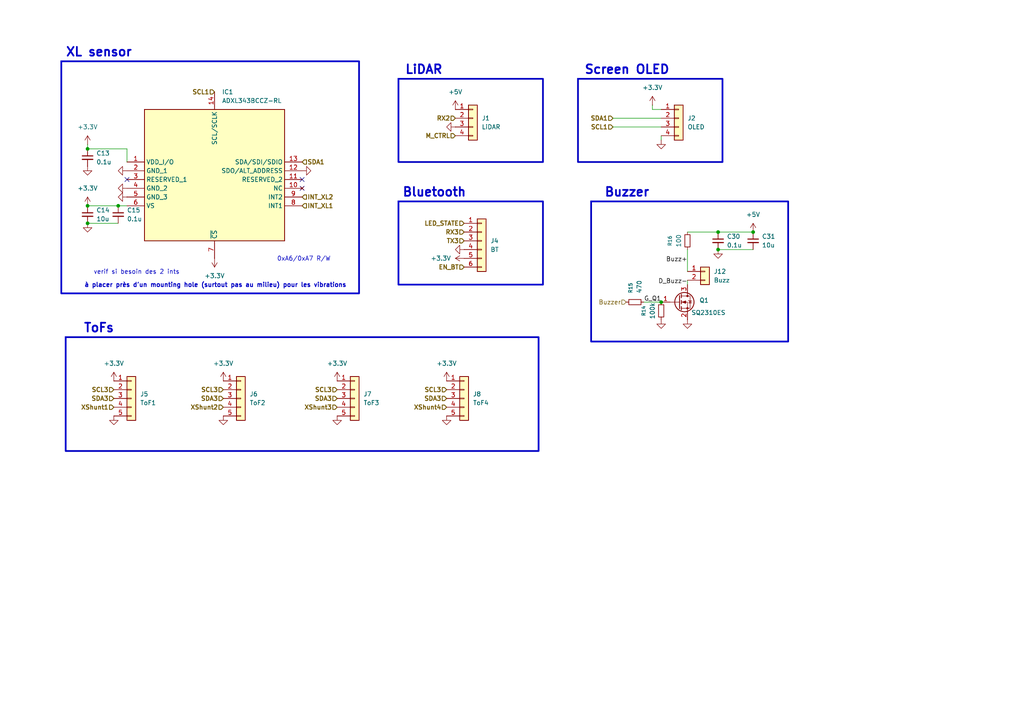
<source format=kicad_sch>
(kicad_sch (version 20250114) (generator "eeschema") (generator_version "9.0")
  (paper "A4")
  (title_block (title "Sensors&periphs") (date "2025-09-19") (rev "Nelven") (company "ESE"))
  (lib_symbols
    (symbol "ADXL343BCCZ-RL:ADXL343BCCZ-RL"
      (property "Reference" "IC" (at 46.99 20.32 0))
      (property "Value" "ADXL343BCCZ-RL" (at 46.99 17.78 0))
      (symbol "ADXL343BCCZ-RL_1_1"
        (rectangle (start 5.08 15.24) (end 45.72 -22.86) (stroke (width 0.254)) (fill (type background)))
        (pin passive line (at 0 0 0) (length 5.08) (name "VDD_I/O") (number "1"))
        (pin passive line (at 0 -2.54 0) (length 5.08) (name "GND_1") (number "2"))
        (pin passive line (at 0 -5.08 0) (length 5.08) (name "RESERVED_1") (number "3"))
        (pin passive line (at 0 -7.62 0) (length 5.08) (name "GND_2") (number "4"))
        (pin passive line (at 0 -10.16 0) (length 5.08) (name "GND_3") (number "5"))
        (pin passive line (at 0 -12.7 0) (length 5.08) (name "VS") (number "6"))
        (pin passive line (at 25.4 20.32 270) (length 5.08) (name "SCL/SCLK") (number "14"))
        (pin passive line (at 25.4 -27.94 90) (length 5.08) (name "~{CS}") (number "7"))
        (pin passive line (at 50.8 0 180) (length 5.08) (name "SDA/SDI/SDIO") (number "13"))
        (pin passive line (at 50.8 -2.54 180) (length 5.08) (name "SDO/ALT_ADDRESS") (number "12"))
        (pin passive line (at 50.8 -5.08 180) (length 5.08) (name "RESERVED_2") (number "11"))
        (pin no_connect line (at 50.8 -7.62 180) (length 5.08) (name "NC") (number "10"))
        (pin passive line (at 50.8 -10.16 180) (length 5.08) (name "INT2") (number "9"))
        (pin passive line (at 50.8 -12.7 180) (length 5.08) (name "INT1") (number "8"))
      )
    )
    (symbol "Connector_Generic:Conn_01x02" (pin_names (offset 1.016) (hide yes))
      (property "Reference" "J" (at 0 2.54 0))
      (property "Value" "Conn_01x02" (at 0 -5.08 0))
      (symbol "Conn_01x02_1_1"
        (rectangle (start -1.27 1.27) (end 1.27 -3.81) (stroke (width 0.254)) (fill (type background)))
        (rectangle (start -1.27 0.127) (end 0 -0.127) (stroke (width 0.1524)))
        (rectangle (start -1.27 -2.413) (end 0 -2.667) (stroke (width 0.1524)))
        (pin passive line (at -5.08 0 0) (length 3.81) (name "Pin_1") (number "1"))
        (pin passive line (at -5.08 -2.54 0) (length 3.81) (name "Pin_2") (number "2"))
      )
    )
    (symbol "Connector_Generic:Conn_01x04" (pin_names (offset 1.016) (hide yes))
      (property "Reference" "J" (at 0 5.08 0))
      (property "Value" "Conn_01x04" (at 0 -7.62 0))
      (symbol "Conn_01x04_1_1"
        (rectangle (start -1.27 3.81) (end 1.27 -6.35) (stroke (width 0.254)) (fill (type background)))
        (rectangle (start -1.27 2.667) (end 0 2.413) (stroke (width 0.1524)))
        (rectangle (start -1.27 0.127) (end 0 -0.127) (stroke (width 0.1524)))
        (rectangle (start -1.27 -2.413) (end 0 -2.667) (stroke (width 0.1524)))
        (rectangle (start -1.27 -4.953) (end 0 -5.207) (stroke (width 0.1524)))
        (pin passive line (at -5.08 2.54 0) (length 3.81) (name "Pin_1") (number "1"))
        (pin passive line (at -5.08 0 0) (length 3.81) (name "Pin_2") (number "2"))
        (pin passive line (at -5.08 -2.54 0) (length 3.81) (name "Pin_3") (number "3"))
        (pin passive line (at -5.08 -5.08 0) (length 3.81) (name "Pin_4") (number "4"))
      )
    )
    (symbol "Connector_Generic:Conn_01x05" (pin_names (offset 1.016) (hide yes))
      (property "Reference" "J" (at 0 7.62 0))
      (property "Value" "Conn_01x05" (at 0 -7.62 0))
      (symbol "Conn_01x05_1_1"
        (rectangle (start -1.27 6.35) (end 1.27 -6.35) (stroke (width 0.254)) (fill (type background)))
        (rectangle (start -1.27 5.207) (end 0 4.953) (stroke (width 0.1524)))
        (rectangle (start -1.27 2.667) (end 0 2.413) (stroke (width 0.1524)))
        (rectangle (start -1.27 0.127) (end 0 -0.127) (stroke (width 0.1524)))
        (rectangle (start -1.27 -2.413) (end 0 -2.667) (stroke (width 0.1524)))
        (rectangle (start -1.27 -4.953) (end 0 -5.207) (stroke (width 0.1524)))
        (pin passive line (at -5.08 5.08 0) (length 3.81) (name "Pin_1") (number "1"))
        (pin passive line (at -5.08 2.54 0) (length 3.81) (name "Pin_2") (number "2"))
        (pin passive line (at -5.08 0 0) (length 3.81) (name "Pin_3") (number "3"))
        (pin passive line (at -5.08 -2.54 0) (length 3.81) (name "Pin_4") (number "4"))
        (pin passive line (at -5.08 -5.08 0) (length 3.81) (name "Pin_5") (number "5"))
      )
    )
    (symbol "Connector_Generic:Conn_01x06" (pin_names (offset 1.016) (hide yes))
      (property "Reference" "J" (at 0 7.62 0))
      (property "Value" "Conn_01x06" (at 0 -10.16 0))
      (symbol "Conn_01x06_1_1"
        (rectangle (start -1.27 6.35) (end 1.27 -8.89) (stroke (width 0.254)) (fill (type background)))
        (rectangle (start -1.27 5.207) (end 0 4.953) (stroke (width 0.1524)))
        (rectangle (start -1.27 2.667) (end 0 2.413) (stroke (width 0.1524)))
        (rectangle (start -1.27 0.127) (end 0 -0.127) (stroke (width 0.1524)))
        (rectangle (start -1.27 -2.413) (end 0 -2.667) (stroke (width 0.1524)))
        (rectangle (start -1.27 -4.953) (end 0 -5.207) (stroke (width 0.1524)))
        (rectangle (start -1.27 -7.493) (end 0 -7.747) (stroke (width 0.1524)))
        (pin passive line (at -5.08 5.08 0) (length 3.81) (name "Pin_1") (number "1"))
        (pin passive line (at -5.08 2.54 0) (length 3.81) (name "Pin_2") (number "2"))
        (pin passive line (at -5.08 0 0) (length 3.81) (name "Pin_3") (number "3"))
        (pin passive line (at -5.08 -2.54 0) (length 3.81) (name "Pin_4") (number "4"))
        (pin passive line (at -5.08 -5.08 0) (length 3.81) (name "Pin_5") (number "5"))
        (pin passive line (at -5.08 -7.62 0) (length 3.81) (name "Pin_6") (number "6"))
      )
    )
    (symbol "Device:C_Small" (pin_numbers (hide yes)) (pin_names (offset 0.254) (hide yes))
      (property "Reference" "C" (at 0.254 1.778 0))
      (property "Value" "C_Small" (at 0.254 -2.032 0))
      (symbol "C_Small_0_1"
        (polyline (pts (xy -1.524 0.508) (xy 1.524 0.508)) (stroke (width 0.3048)))
        (polyline (pts (xy -1.524 -0.508) (xy 1.524 -0.508)) (stroke (width 0.3302)))
      )
      (symbol "C_Small_1_1"
        (pin passive line (at 0 2.54 270) (length 2.032) (name "~") (number "1"))
        (pin passive line (at 0 -2.54 90) (length 2.032) (name "~") (number "2"))
      )
    )
    (symbol "Device:R_Small" (pin_numbers (hide yes)) (pin_names (offset 0.254) (hide yes))
      (property "Reference" "R" (at 0 0 90))
      (property "Value" "R_Small" (at 1.778 0 90))
      (symbol "R_Small_0_1"
        (rectangle (start -0.762 1.778) (end 0.762 -1.778) (stroke (width 0.2032)))
      )
      (symbol "R_Small_1_1"
        (pin passive line (at 0 2.54 270) (length 0.762) (name "~") (number "1"))
        (pin passive line (at 0 -2.54 90) (length 0.762) (name "~") (number "2"))
      )
    )
    (symbol "Transistor_FET:IRLML2060" (pin_names (hide yes))
      (property "Reference" "Q" (at 5.08 1.905 0))
      (property "Value" "IRLML2060" (at 5.08 0 0))
      (symbol "IRLML2060_0_1"
        (polyline (pts (xy 0.254 1.905) (xy 0.254 -1.905)) (stroke (width 0.254)))
        (polyline (pts (xy 0.254 0) (xy -2.54 0)))
        (polyline (pts (xy 0.762 2.286) (xy 0.762 1.27)) (stroke (width 0.254)))
        (polyline (pts (xy 0.762 0.508) (xy 0.762 -0.508)) (stroke (width 0.254)))
        (polyline (pts (xy 0.762 -1.27) (xy 0.762 -2.286)) (stroke (width 0.254)))
        (polyline (pts (xy 0.762 -1.778) (xy 3.302 -1.778) (xy 3.302 1.778) (xy 0.762 1.778)))
        (polyline (pts (xy 1.016 0) (xy 2.032 0.381) (xy 2.032 -0.381) (xy 1.016 0)) (fill (type outline)))
        (circle (center 1.651 0) (radius 2.794) (stroke (width 0.254)))
        (polyline (pts (xy 2.54 2.54) (xy 2.54 1.778)))
        (circle (center 2.54 1.778) (radius 0.254) (fill (type outline)))
        (circle (center 2.54 -1.778) (radius 0.254) (fill (type outline)))
        (polyline (pts (xy 2.54 -2.54) (xy 2.54 0) (xy 0.762 0)))
        (polyline (pts (xy 2.794 0.508) (xy 2.921 0.381) (xy 3.683 0.381) (xy 3.81 0.254)))
        (polyline (pts (xy 3.302 0.381) (xy 2.921 -0.254) (xy 3.683 -0.254) (xy 3.302 0.381)))
      )
      (symbol "IRLML2060_1_1"
        (pin input line (at -5.08 0 0) (length 2.54) (name "G") (number "1"))
        (pin passive line (at 2.54 5.08 270) (length 2.54) (name "D") (number "3"))
        (pin passive line (at 2.54 -5.08 90) (length 2.54) (name "S") (number "2"))
      )
    )
    (symbol "power:+3.3V" (power) (pin_numbers (hide yes)) (pin_names (offset 0) (hide yes))
      (property "Value" "+3.3V" (at 0 3.556 0))
      (symbol "+3.3V_0_1"
        (polyline (pts (xy -0.762 1.27) (xy 0 2.54)))
        (polyline (pts (xy 0 2.54) (xy 0.762 1.27)))
        (polyline (pts (xy 0 0) (xy 0 2.54)))
      )
      (symbol "+3.3V_1_1"
        (pin power_in line (at 0 0 90) (length 0) (name "~") (number "1"))
      )
    )
    (symbol "power:+5V" (power) (pin_numbers (hide yes)) (pin_names (offset 0) (hide yes))
      (property "Value" "+5V" (at 0 3.556 0))
      (symbol "+5V_0_1"
        (polyline (pts (xy -0.762 1.27) (xy 0 2.54)))
        (polyline (pts (xy 0 2.54) (xy 0.762 1.27)))
        (polyline (pts (xy 0 0) (xy 0 2.54)))
      )
      (symbol "+5V_1_1"
        (pin power_in line (at 0 0 90) (length 0) (name "~") (number "1"))
      )
    )
    (symbol "power:GND" (power) (pin_numbers (hide yes)) (pin_names (offset 0) (hide yes))
      (property "Value" "GND" (at 0 -3.81 0))
      (symbol "GND_0_1"
        (polyline (pts (xy 0 0) (xy 0 -1.27) (xy 1.27 -1.27) (xy 0 -2.54) (xy -1.27 -1.27) (xy 0 -1.27)))
      )
      (symbol "GND_1_1"
        (pin power_in line (at 0 0 270) (length 0) (name "~") (number "1"))
      )
    )
  )
  (rectangle (start 115.57 22.86) (end 157.48 46.99) (stroke (width 0.5)))
  (rectangle (start 171.45 58.42) (end 228.6 99.06) (stroke (width 0.5)))
  (rectangle (start 115.57 58.42) (end 157.48 82.55) (stroke (width 0.5)))
  (rectangle (start 19.05 97.79) (end 156.21 130.81) (stroke (width 0.5)))
  (rectangle (start 17.78 17.78) (end 104.14 85.09) (stroke (width 0.5)))
  (rectangle (start 167.64 22.86) (end 209.55 46.99) (stroke (width 0.5)))
  (text "Screen OLED" (at 181.864 20.32 0) (effects (font (size 2.54 2.54) (thickness 0.508) (bold yes))))
  (text "LiDAR" (at 122.936 20.32 0) (effects (font (size 2.54 2.54) (thickness 0.508) (bold yes))))
  (text "à placer près d'un mounting hole (surtout pas au milieu) pour les vibrations" (at 62.484 82.804 0) (effects (font (size 1.27 1.27) (thickness 0.254) (bold yes))))
  (text "XL sensor" (at 28.702 15.24 0) (effects (font (size 2.54 2.54) (thickness 0.508) (bold yes))))
  (text "ToFs" (at 28.702 95.25 0) (effects (font (size 2.54 2.54) (thickness 0.508) (bold yes))))
  (text "verif si besoin des 2 ints\n" (at 39.624 78.994 0) (effects (font (size 1.27 1.27))))
  (text "Buzzer" (at 181.864 55.88 0) (effects (font (size 2.54 2.54) (thickness 0.508) (bold yes))))
  (text "0xA6/0xA7 R/W" (at 88.138 75.184 0) (effects (font (size 1.27 1.27))))
  (text "Bluetooth" (at 125.984 55.88 0) (effects (font (size 2.54 2.54) (thickness 0.508) (bold yes))))
  (junction (at 208.28 67.31))
  (junction (at 34.29 59.69))
  (junction (at 191.77 87.63))
  (junction (at 218.44 67.31))
  (junction (at 25.4 59.69))
  (junction (at 208.28 72.39))
  (junction (at 25.4 43.18))
  (junction (at 25.4 64.77))
  (no_connect (at 36.83 52.07))
  (no_connect (at 87.63 52.07))
  (no_connect (at 87.63 54.61))
  (wire (pts (xy 36.83 43.18) (xy 36.83 46.99)))
  (wire (pts (xy 191.77 31.75) (xy 189.23 31.75)))
  (wire (pts (xy 34.29 59.69) (xy 36.83 59.69)))
  (wire (pts (xy 25.4 59.69) (xy 34.29 59.69)))
  (wire (pts (xy 186.69 87.63) (xy 191.77 87.63)))
  (wire (pts (xy 177.8 34.29) (xy 191.77 34.29)))
  (wire (pts (xy 208.28 72.39) (xy 218.44 72.39)))
  (wire (pts (xy 199.39 81.28) (xy 199.39 82.55)))
  (wire (pts (xy 177.8 36.83) (xy 191.77 36.83)))
  (wire (pts (xy 25.4 43.18) (xy 36.83 43.18)))
  (wire (pts (xy 25.4 64.77) (xy 34.29 64.77)))
  (wire (pts (xy 199.39 67.31) (xy 208.28 67.31)))
  (wire (pts (xy 189.23 30.48) (xy 189.23 31.75)))
  (wire (pts (xy 25.4 41.91) (xy 25.4 43.18)))
  (wire (pts (xy 199.39 72.39) (xy 199.39 78.74)))
  (wire (pts (xy 208.28 67.31) (xy 218.44 67.31)))
  (wire (pts (xy 191.77 39.37) (xy 191.77 40.64)))
  (label "D_Buzz-" (at 199.39 82.55 180))
  (label "G_Q1" (at 191.77 87.63 180))
  (label "Buzz+" (at 199.39 76.2 180))
  (hierarchical_label "XShunt3" (shape input) (at 97.79 118.11 180) (effects (font (thickness 0.254) (bold yes))))
  (hierarchical_label "SCL3" (shape input) (at 64.77 113.03 180) (effects (font (thickness 0.254) (bold yes))))
  (hierarchical_label "Buzzer" (shape input) (at 181.61 87.63 180))
  (hierarchical_label "SDA3" (shape input) (at 64.77 115.57 180) (effects (font (thickness 0.254) (bold yes))))
  (hierarchical_label "XShunt2" (shape input) (at 64.77 118.11 180) (effects (font (thickness 0.254) (bold yes))))
  (hierarchical_label "SDA1" (shape input) (at 87.63 46.99 0) (effects (font (thickness 0.254) (bold yes))))
  (hierarchical_label "SDA3" (shape input) (at 97.79 115.57 180) (effects (font (thickness 0.254) (bold yes))))
  (hierarchical_label "INT_XL1" (shape input) (at 87.63 59.69 0) (effects (font (thickness 0.254) (bold yes))))
  (hierarchical_label "SCL3" (shape input) (at 33.02 113.03 180) (effects (font (thickness 0.254) (bold yes))))
  (hierarchical_label "SCL1" (shape input) (at 62.23 26.67 180) (effects (font (thickness 0.254) (bold yes))))
  (hierarchical_label "TX3" (shape input) (at 134.62 69.85 180) (effects (font (thickness 0.254) (bold yes))))
  (hierarchical_label "SDA3" (shape input) (at 129.54 115.57 180) (effects (font (thickness 0.254) (bold yes))))
  (hierarchical_label "RX2" (shape input) (at 132.08 34.29 180) (effects (font (thickness 0.254) (bold yes))))
  (hierarchical_label "SCL3" (shape input) (at 97.79 113.03 180) (effects (font (thickness 0.254) (bold yes))))
  (hierarchical_label "SDA1" (shape input) (at 177.8 34.29 180) (effects (font (thickness 0.254) (bold yes))))
  (hierarchical_label "SCL1" (shape input) (at 177.8 36.83 180) (effects (font (thickness 0.254) (bold yes))))
  (hierarchical_label "SDA3" (shape input) (at 33.02 115.57 180) (effects (font (thickness 0.254) (bold yes))))
  (hierarchical_label "M_CTRL" (shape input) (at 132.08 39.37 180) (effects (font (thickness 0.254) (bold yes))))
  (hierarchical_label "XShunt1" (shape input) (at 33.02 118.11 180) (effects (font (thickness 0.254) (bold yes))))
  (hierarchical_label "LED_STATE" (shape input) (at 134.62 64.77 180) (effects (font (thickness 0.254) (bold yes))))
  (hierarchical_label "EN_BT" (shape input) (at 134.62 77.47 180) (effects (font (thickness 0.254) (bold yes))))
  (hierarchical_label "XShunt4" (shape input) (at 129.54 118.11 180) (effects (font (thickness 0.254) (bold yes))))
  (hierarchical_label "INT_XL2" (shape input) (at 87.63 57.15 0) (effects (font (thickness 0.254) (bold yes))))
  (hierarchical_label "SCL3" (shape input) (at 129.54 113.03 180) (effects (font (thickness 0.254) (bold yes))))
  (hierarchical_label "RX3" (shape input) (at 134.62 67.31 180) (effects (font (thickness 0.254) (bold yes))))
  (symbol (lib_id "Device:C_Small") (at 208.28 69.85 0) (unit 1)
    (property "Reference" "C30" (at 210.82 68.5862 0) (effects (justify left)))
    (property "Value" "0.1u" (at 210.82 71.1262 0) (effects (justify left)))
    (property "Footprint" "Capacitor_SMD:C_0402_1005Metric" (effects (hide yes)))
    (property "Description" "Unpolarized capacitor, small symbol" (effects (hide yes)))
  )
  (symbol (lib_id "Connector_Generic:Conn_01x06") (at 139.7 69.85 0) (unit 1)
    (property "Reference" "J4" (at 142.24 69.8499 0) (effects (justify left)))
    (property "Value" "BT" (at 142.24 72.3899 0) (effects (justify left)))
    (property "Footprint" "Connector_PinHeader_2.54mm:PinHeader_1x06_P2.54mm_Vertical" (effects (hide yes)))
    (property "Description" "Generic connector, single row, 01x06, script generated (kicad-library-utils/schlib/autogen/connector/)" (effects (hide yes)))
  )
  (symbol (lib_id "Connector_Generic:Conn_01x04") (at 196.85 34.29 0) (unit 1)
    (property "Reference" "J2" (at 199.39 34.2899 0) (effects (justify left)))
    (property "Value" "OLED" (at 199.39 36.8299 0) (effects (justify left)))
    (property "Footprint" "Connector_JST:JST_PH_S4B-PH-K_1x04_P2.00mm_Horizontal" (effects (hide yes)))
    (property "Description" "Generic connector, single row, 01x04, script generated (kicad-library-utils/schlib/autogen/connector/)" (effects (hide yes)))
  )
  (symbol (lib_id "power:GND") (at 97.79 120.65 0) (unit 1)
    (property "Reference" "#PWR048" (effects (hide yes)))
    (property "Value" "GND" (effects (hide yes)))
    (property "Description" "Power symbol creates a global label with name \"GND\" , ground" (effects (hide yes)))
  )
  (symbol (lib_id "power:+5V") (at 218.44 67.31 0) (unit 1)
    (property "Reference" "#PWR087" (effects (hide yes)))
    (property "Value" "+5V" (at 218.44 62.23 0))
    (property "Description" "Power symbol creates a global label with name \"+5V\"" (effects (hide yes)))
  )
  (symbol (lib_id "power:+5V") (at 132.08 31.75 0) (unit 1)
    (property "Reference" "#PWR024" (effects (hide yes)))
    (property "Value" "+5V" (at 132.08 26.67 0))
    (property "Description" "Power symbol creates a global label with name \"+5V\"" (effects (hide yes)))
  )
  (symbol (lib_id "power:+3.3V") (at 25.4 59.69 0) (unit 1)
    (property "Reference" "#PWR033" (effects (hide yes)))
    (property "Value" "+3.3V" (at 25.4 54.61 0))
    (property "Description" "Power symbol creates a global label with name \"+3.3V\"" (effects (hide yes)))
  )
  (symbol (lib_id "power:GND") (at 208.28 72.39 0) (unit 1)
    (property "Reference" "#PWR086" (effects (hide yes)))
    (property "Value" "GND" (effects (hide yes)))
    (property "Description" "Power symbol creates a global label with name \"GND\" , ground" (effects (hide yes)))
  )
  (symbol (lib_id "power:GND") (at 87.63 49.53 90) (unit 1)
    (property "Reference" "#PWR030" (effects (hide yes)))
    (property "Value" "GND" (effects (hide yes)))
    (property "Description" "Power symbol creates a global label with name \"GND\" , ground" (effects (hide yes)))
  )
  (symbol (lib_id "Connector_Generic:Conn_01x02") (at 204.47 78.74 0) (unit 1)
    (property "Reference" "J12" (at 207.01 78.7399 0) (effects (justify left)))
    (property "Value" "Buzz" (at 207.01 81.2799 0) (effects (justify left)))
    (property "Footprint" "Connector_JST:JST_PH_S2B-PH-K_1x02_P2.00mm_Horizontal" (effects (hide yes)))
    (property "Description" "Generic connector, single row, 01x02, script generated (kicad-library-utils/schlib/autogen/connector/)" (effects (hide yes)))
  )
  (symbol (lib_id "Device:C_Small") (at 218.44 69.85 0) (unit 1)
    (property "Reference" "C31" (at 220.98 68.5862 0) (effects (justify left)))
    (property "Value" "10u" (at 220.98 71.1262 0) (effects (justify left)))
    (property "Footprint" "Capacitor_SMD:C_0603_1608Metric" (effects (hide yes)))
    (property "Description" "Unpolarized capacitor, small symbol" (effects (hide yes)))
  )
  (symbol (lib_id "power:GND") (at 36.83 57.15 270) (unit 1)
    (property "Reference" "#PWR032" (effects (hide yes)))
    (property "Value" "GND" (effects (hide yes)))
    (property "Description" "Power symbol creates a global label with name \"GND\" , ground" (effects (hide yes)))
  )
  (symbol (lib_id "power:GND") (at 36.83 54.61 270) (unit 1)
    (property "Reference" "#PWR031" (effects (hide yes)))
    (property "Value" "GND" (effects (hide yes)))
    (property "Description" "Power symbol creates a global label with name \"GND\" , ground" (effects (hide yes)))
  )
  (symbol (lib_id "power:GND") (at 191.77 92.71 0) (unit 1)
    (property "Reference" "#PWR085" (effects (hide yes)))
    (property "Value" "GND" (effects (hide yes)))
    (property "Description" "Power symbol creates a global label with name \"GND\" , ground" (effects (hide yes)))
  )
  (symbol (lib_id "Device:R_Small") (at 199.39 69.85 180) (unit 1)
    (property "Reference" "R16" (at 194.31 69.85 90) (effects (font (size 1.016 1.016))))
    (property "Value" "100" (at 196.85 69.85 90))
    (property "Footprint" "Resistor_SMD:R_0402_1005Metric" (effects (hide yes)))
    (property "Description" "Resistor, small symbol" (effects (hide yes)))
  )
  (symbol (lib_id "power:GND") (at 25.4 64.77 0) (unit 1)
    (property "Reference" "#PWR034" (effects (hide yes)))
    (property "Value" "GND" (effects (hide yes)))
    (property "Description" "Power symbol creates a global label with name \"GND\" , ground" (effects (hide yes)))
  )
  (symbol (lib_id "power:GND") (at 132.08 36.83 270) (unit 1)
    (property "Reference" "#PWR025" (effects (hide yes)))
    (property "Value" "GND" (effects (hide yes)))
    (property "Description" "Power symbol creates a global label with name \"GND\" , ground" (effects (hide yes)))
  )
  (symbol (lib_id "power:+3.3V") (at 134.62 74.93 90) (unit 1)
    (property "Reference" "#PWR039" (effects (hide yes)))
    (property "Value" "+3.3V" (at 130.81 74.9299 90) (effects (justify left)))
    (property "Description" "Power symbol creates a global label with name \"+3.3V\"" (effects (hide yes)))
  )
  (symbol (lib_id "Device:C_Small") (at 34.29 62.23 0) (unit 1)
    (property "Reference" "C15" (at 36.83 60.9662 0) (effects (justify left)))
    (property "Value" "0.1u" (at 36.83 63.5062 0) (effects (justify left)))
    (property "Footprint" "Capacitor_SMD:C_0402_1005Metric" (effects (hide yes)))
    (property "Description" "Unpolarized capacitor, small symbol" (effects (hide yes)))
  )
  (symbol (lib_id "power:GND") (at 25.4 48.26 0) (unit 1)
    (property "Reference" "#PWR028" (effects (hide yes)))
    (property "Value" "GND" (effects (hide yes)))
    (property "Description" "Power symbol creates a global label with name \"GND\" , ground" (effects (hide yes)))
  )
  (symbol (lib_id "Transistor_FET:IRLML2060") (at 196.85 87.63 0) (unit 1)
    (property "Reference" "Q1" (at 204.216 87.122 0))
    (property "Value" "SQ2310ES" (at 205.486 90.678 0))
    (property "Footprint" "Package_TO_SOT_SMD:SOT-23" (effects (hide yes)))
    (property "Datasheet" "https://docs.rs-online.com/62ad/0900766b8126cf20.pdf" (effects (hide yes)))
    (property "Description" "1.2A Id, 60V Vds, 480mOhm Rds, N-Channel HEXFET Power MOSFET, SOT-23" (effects (hide yes)))
  )
  (symbol (lib_id "Connector_Generic:Conn_01x05") (at 134.62 115.57 0) (unit 1)
    (property "Reference" "J8" (at 137.16 114.2999 0) (effects (justify left)))
    (property "Value" "ToF4" (at 137.16 116.8399 0) (effects (justify left)))
    (property "Footprint" "Connector_JST:JST_PH_S5B-PH-K_1x05_P2.00mm_Horizontal" (effects (hide yes)))
    (property "Description" "Generic connector, single row, 01x05, script generated (kicad-library-utils/schlib/autogen/connector/)" (effects (hide yes)))
  )
  (symbol (lib_id "power:GND") (at 199.39 92.71 0) (unit 1)
    (property "Reference" "#PWR084" (effects (hide yes)))
    (property "Value" "GND" (effects (hide yes)))
    (property "Description" "Power symbol creates a global label with name \"GND\" , ground" (effects (hide yes)))
  )
  (symbol (lib_id "Device:C_Small") (at 25.4 45.72 0) (unit 1)
    (property "Reference" "C13" (at 27.94 44.4562 0) (effects (justify left)))
    (property "Value" "0.1u" (at 27.94 46.9962 0) (effects (justify left)))
    (property "Footprint" "Capacitor_SMD:C_0402_1005Metric" (effects (hide yes)))
    (property "Description" "Unpolarized capacitor, small symbol" (effects (hide yes)))
  )
  (symbol (lib_id "power:GND") (at 191.77 40.64 0) (unit 1)
    (property "Reference" "#PWR026" (effects (hide yes)))
    (property "Value" "GND" (effects (hide yes)))
    (property "Description" "Power symbol creates a global label with name \"GND\" , ground" (effects (hide yes)))
  )
  (symbol (lib_id "power:+3.3V") (at 97.79 110.49 0) (unit 1)
    (property "Reference" "#PWR044" (effects (hide yes)))
    (property "Value" "+3.3V" (at 97.79 105.41 0))
    (property "Description" "Power symbol creates a global label with name \"+3.3V\"" (effects (hide yes)))
  )
  (symbol (lib_id "Connector_Generic:Conn_01x05") (at 69.85 115.57 0) (unit 1)
    (property "Reference" "J6" (at 72.39 114.2999 0) (effects (justify left)))
    (property "Value" "ToF2" (at 72.39 116.8399 0) (effects (justify left)))
    (property "Footprint" "Connector_JST:JST_PH_S5B-PH-K_1x05_P2.00mm_Horizontal" (effects (hide yes)))
    (property "Description" "Generic connector, single row, 01x05, script generated (kicad-library-utils/schlib/autogen/connector/)" (effects (hide yes)))
  )
  (symbol (lib_id "power:GND") (at 33.02 120.65 0) (unit 1)
    (property "Reference" "#PWR046" (effects (hide yes)))
    (property "Value" "GND" (effects (hide yes)))
    (property "Description" "Power symbol creates a global label with name \"GND\" , ground" (effects (hide yes)))
  )
  (symbol (lib_id "Connector_Generic:Conn_01x05") (at 38.1 115.57 0) (unit 1)
    (property "Reference" "J5" (at 40.64 114.2999 0) (effects (justify left)))
    (property "Value" "ToF1" (at 40.64 116.8399 0) (effects (justify left)))
    (property "Footprint" "Connector_JST:JST_PH_S5B-PH-K_1x05_P2.00mm_Horizontal" (effects (hide yes)))
    (property "Description" "Generic connector, single row, 01x05, script generated (kicad-library-utils/schlib/autogen/connector/)" (effects (hide yes)))
  )
  (symbol (lib_id "power:+3.3V") (at 129.54 110.49 0) (unit 1)
    (property "Reference" "#PWR045" (effects (hide yes)))
    (property "Value" "+3.3V" (at 129.54 105.41 0))
    (property "Description" "Power symbol creates a global label with name \"+3.3V\"" (effects (hide yes)))
  )
  (symbol (lib_id "power:+3.3V") (at 62.23 74.93 180) (unit 1)
    (property "Reference" "#PWR038" (effects (hide yes)))
    (property "Value" "+3.3V" (at 62.23 80.01 0))
    (property "Description" "Power symbol creates a global label with name \"+3.3V\"" (effects (hide yes)))
  )
  (symbol (lib_id "Device:R_Small") (at 184.15 87.63 90) (unit 1)
    (property "Reference" "R15" (at 182.8799 85.09 0) (effects (font (size 1.016 1.016)) (justify left)))
    (property "Value" "470" (at 185.4199 85.09 0) (effects (justify left)))
    (property "Footprint" "Resistor_SMD:R_0402_1005Metric" (effects (hide yes)))
    (property "Description" "Resistor, small symbol" (effects (hide yes)))
  )
  (symbol (lib_id "power:GND") (at 129.54 120.65 0) (unit 1)
    (property "Reference" "#PWR049" (effects (hide yes)))
    (property "Value" "GND" (effects (hide yes)))
    (property "Description" "Power symbol creates a global label with name \"GND\" , ground" (effects (hide yes)))
  )
  (symbol (lib_id "power:+3.3V") (at 25.4 41.91 0) (unit 1)
    (property "Reference" "#PWR027" (effects (hide yes)))
    (property "Value" "+3.3V" (at 25.4 36.83 0))
    (property "Description" "Power symbol creates a global label with name \"+3.3V\"" (effects (hide yes)))
  )
  (symbol (lib_id "power:GND") (at 134.62 72.39 270) (unit 1)
    (property "Reference" "#PWR036" (effects (hide yes)))
    (property "Value" "GND" (effects (hide yes)))
    (property "Description" "Power symbol creates a global label with name \"GND\" , ground" (effects (hide yes)))
  )
  (symbol (lib_id "Connector_Generic:Conn_01x05") (at 102.87 115.57 0) (unit 1)
    (property "Reference" "J7" (at 105.41 114.2999 0) (effects (justify left)))
    (property "Value" "ToF3" (at 105.41 116.8399 0) (effects (justify left)))
    (property "Footprint" "Connector_JST:JST_PH_S5B-PH-K_1x05_P2.00mm_Horizontal" (effects (hide yes)))
    (property "Description" "Generic connector, single row, 01x05, script generated (kicad-library-utils/schlib/autogen/connector/)" (effects (hide yes)))
  )
  (symbol (lib_id "power:GND") (at 64.77 120.65 0) (unit 1)
    (property "Reference" "#PWR047" (effects (hide yes)))
    (property "Value" "GND" (effects (hide yes)))
    (property "Description" "Power symbol creates a global label with name \"GND\" , ground" (effects (hide yes)))
  )
  (symbol (lib_id "power:+3.3V") (at 64.77 110.49 0) (unit 1)
    (property "Reference" "#PWR043" (effects (hide yes)))
    (property "Value" "+3.3V" (at 64.77 105.41 0))
    (property "Description" "Power symbol creates a global label with name \"+3.3V\"" (effects (hide yes)))
  )
  (symbol (lib_id "Device:R_Small") (at 191.77 90.17 0) (unit 1)
    (property "Reference" "R14" (at 186.69 90.17 90) (effects (font (size 1.016 1.016))))
    (property "Value" "100k" (at 189.23 90.17 90))
    (property "Footprint" "Resistor_SMD:R_0402_1005Metric" (effects (hide yes)))
    (property "Description" "Resistor, small symbol" (effects (hide yes)))
  )
  (symbol (lib_id "power:+3.3V") (at 189.23 30.48 0) (unit 1)
    (property "Reference" "#PWR023" (effects (hide yes)))
    (property "Value" "+3.3V" (at 189.23 25.4 0))
    (property "Description" "Power symbol creates a global label with name \"+3.3V\"" (effects (hide yes)))
  )
  (symbol (lib_id "ADXL343BCCZ-RL:ADXL343BCCZ-RL") (at 36.83 46.99 0) (unit 1)
    (property "Reference" "IC1" (at 64.3733 26.67 0) (effects (justify left)))
    (property "Value" "ADXL343BCCZ-RL" (at 64.3733 29.21 0) (effects (justify left)))
    (property "Footprint" "ESE:ADXL343BCCZRL" (effects (hide yes)))
    (property "Datasheet" "https://www.analog.com/media/en/technical-documentation/data-sheets/ADXL343.pdf" (effects (hide yes)))
    (property "Description" "Accelerometer X, Y, Z Axis +/-2g, 4g, 8g, 16g 0.05Hz ~ 1.6kHz 14-LGA (3x5)" (effects (hide yes)))
    (property "Height" "1" (effects (hide yes)))
    (property "Manufacturer_Name" "Analog Devices" (effects (hide yes)))
    (property "Manufacturer_Part_Number" "ADXL343BCCZ-RL" (effects (hide yes)))
  )
  (symbol (lib_id "Device:C_Small") (at 25.4 62.23 0) (unit 1)
    (property "Reference" "C14" (at 27.94 60.9662 0) (effects (justify left)))
    (property "Value" "10u" (at 27.94 63.5062 0) (effects (justify left)))
    (property "Footprint" "Capacitor_SMD:C_0603_1608Metric" (effects (hide yes)))
    (property "Description" "Unpolarized capacitor, small symbol" (effects (hide yes)))
  )
  (symbol (lib_id "power:+3.3V") (at 33.02 110.49 0) (unit 1)
    (property "Reference" "#PWR042" (effects (hide yes)))
    (property "Value" "+3.3V" (at 33.02 105.41 0))
    (property "Description" "Power symbol creates a global label with name \"+3.3V\"" (effects (hide yes)))
  )
  (symbol (lib_id "Connector_Generic:Conn_01x04") (at 137.16 34.29 0) (unit 1)
    (property "Reference" "J1" (at 139.7 34.2899 0) (effects (justify left)))
    (property "Value" "LiDAR" (at 139.7 36.8299 0) (effects (justify left)))
    (property "Footprint" "Connector_JST:JST_PH_S4B-PH-K_1x04_P2.00mm_Horizontal" (effects (hide yes)))
    (property "Description" "Generic connector, single row, 01x04, script generated (kicad-library-utils/schlib/autogen/connector/)" (effects (hide yes)))
  )
  (symbol (lib_id "power:GND") (at 36.83 49.53 270) (unit 1)
    (property "Reference" "#PWR029" (effects (hide yes)))
    (property "Value" "GND" (effects (hide yes)))
    (property "Description" "Power symbol creates a global label with name \"GND\" , ground" (effects (hide yes)))
  )
)
</source>
